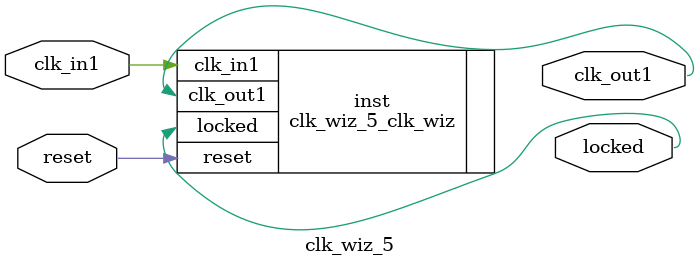
<source format=v>


`timescale 1ps/1ps

(* CORE_GENERATION_INFO = "clk_wiz_5,clk_wiz_v5_4_3_0,{component_name=clk_wiz_5,use_phase_alignment=true,use_min_o_jitter=false,use_max_i_jitter=false,use_dyn_phase_shift=false,use_inclk_switchover=false,use_dyn_reconfig=false,enable_axi=0,feedback_source=FDBK_AUTO,PRIMITIVE=PLL,num_out_clk=1,clkin1_period=6.250,clkin2_period=10.0,use_power_down=false,use_reset=true,use_locked=true,use_inclk_stopped=false,feedback_type=SINGLE,CLOCK_MGR_TYPE=NA,manual_override=false}" *)

module clk_wiz_5 
 (
  // Clock out ports
  output        clk_out1,
  // Status and control signals
  input         reset,
  output        locked,
 // Clock in ports
  input         clk_in1
 );

  clk_wiz_5_clk_wiz inst
  (
  // Clock out ports  
  .clk_out1(clk_out1),
  // Status and control signals               
  .reset(reset), 
  .locked(locked),
 // Clock in ports
  .clk_in1(clk_in1)
  );

endmodule

</source>
